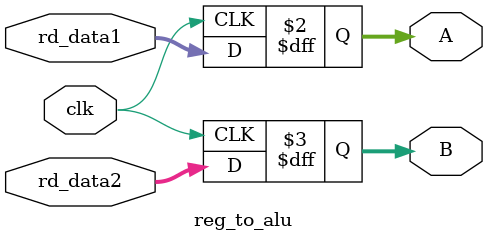
<source format=sv>
module reg_to_alu(clk, rd_data1, rd_data2,  A, B);
    input logic [31:0]rd_data1;
    input logic [31:0]rd_data2;
    input logic clk;
    output logic [31:0]A;
    output logic [31:0]B;
    
    always_ff @(posedge clk) begin
        A <= rd_data1;
        B <= rd_data2;
    end
    
endmodule

</source>
